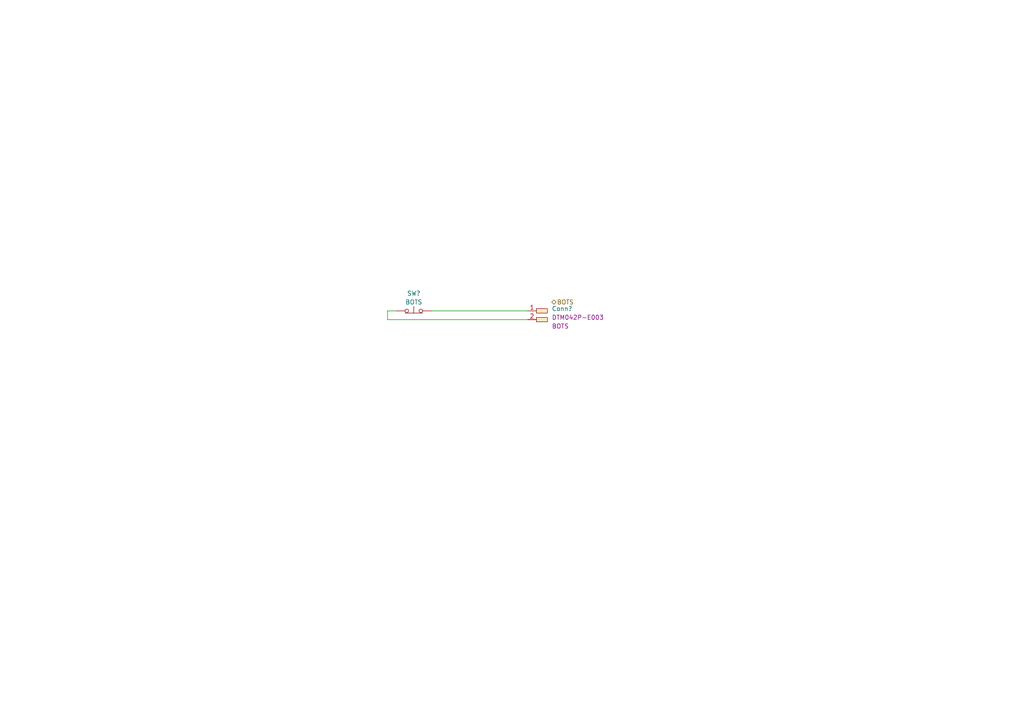
<source format=kicad_sch>
(kicad_sch (version 20231120) (generator "eeschema") (generator_version "8.0")
  (paper "A4")
  (title_block (title "DEVICE - BOTS"))
  (lib_symbols
    (symbol "Connectors_SUFST:Deutsch_DTM_2P_Pin"
      (property "Reference" "Conn" (at 0 -1.905 0))
      (property "P/N" "DTM042P-E003" (at 0 0 0))
      (symbol "Deutsch_DTM_2P_Pin_0_1"
        (polyline (pts (xy -0.635 -4.445) (xy 1.905 -4.445)))
      )
      (symbol "Deutsch_DTM_2P_Pin_1_1"
        (rectangle (start -3.81 -6.35) (end -0.635 -7.62) (fill (type color) (color 255 229 191 1)))
        (rectangle (start -3.81 -3.81) (end -0.635 -5.08) (fill (type color) (color 255 229 191 1)))
        (pin input line (at 1.905 -6.985 180) (length 2.54) (name "") (number "1"))
        (pin input line (at 1.905 -4.445 180) (length 2.54) (name "") (number "2"))
      )
    )
    (symbol "Switch:SW_Push_Open" (pin_numbers hide) (pin_names (offset 1.016) hide)
      (property "Reference" "SW" (at 0 2.54 0))
      (property "Value" "SW_Push_Open" (at 0 -1.905 0))
      (symbol "SW_Push_Open_0_1"
        (circle (center -2.032 0) (radius 0.508))
        (polyline (pts (xy -2.54 -0.635) (xy 2.54 -0.635)))
        (polyline (pts (xy 0 -0.635) (xy 0 1.27)))
        (circle (center 2.032 0) (radius 0.508))
        (pin passive line (at -5.08 0 0) (length 2.54) (name "A") (number "1"))
      )
      (symbol "SW_Push_Open_1_1"
        (pin passive line (at 5.08 0 180) (length 2.54) (name "B") (number "2"))
      )
    )
  )
  (wire (pts (xy 114.935 90.17) (xy 112.395 90.17)))
  (wire (pts (xy 112.395 92.71) (xy 153.035 92.71)))
  (wire (pts (xy 125.095 90.17) (xy 153.035 90.17)))
  (wire (pts (xy 112.395 90.17) (xy 112.395 92.71)))
  (hierarchical_label "BOTS" (shape bidirectional) (at 160.02 87.63 0))
  (symbol (lib_id "Connectors_SUFST:Deutsch_DTM_2P_Pin") (at 154.94 97.155 180) (unit 1)
    (property "Reference" "Conn?" (at 160.02 89.535 0) (effects (justify right)))
    (property "Value" "Deutsch_DTM_2P_Pin" (effects (hide yes)))
    (property "P/N" "DTM042P-E003" (at 160.02 92.075 0) (effects (justify right)))
    (property "Conn Name" "BOTS" (at 160.02 94.615 0) (effects (justify right)))
  )
  (symbol (lib_id "Switch:SW_Push_Open") (at 120.015 90.17 0) (unit 1)
    (property "Reference" "SW?" (at 120.015 85.09 0))
    (property "Value" "BOTS" (at 120.015 87.63 0))
  )
)
</source>
